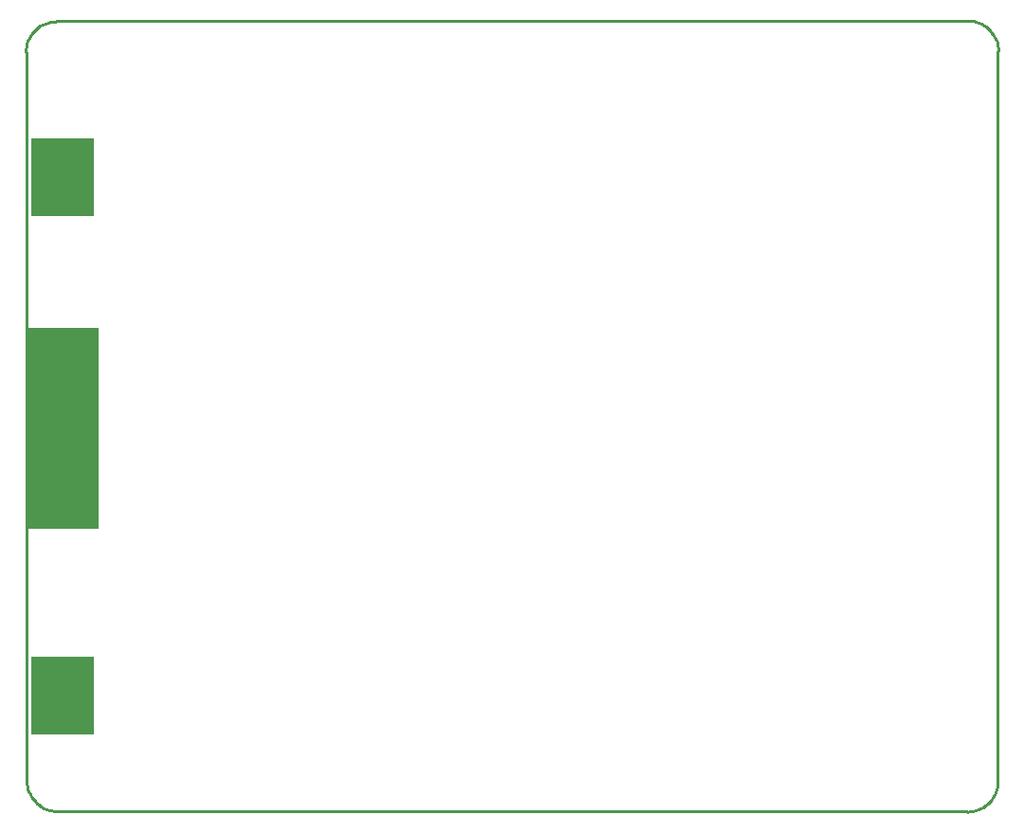
<source format=gko>
G04*
G04 #@! TF.GenerationSoftware,Altium Limited,Altium Designer,21.0.9 (235)*
G04*
G04 Layer_Color=16711935*
%FSLAX25Y25*%
%MOIN*%
G70*
G04*
G04 #@! TF.SameCoordinates,E84AEAD4-148F-411F-9A4D-F382D4A6362F*
G04*
G04*
G04 #@! TF.FilePolarity,Positive*
G04*
G01*
G75*
%ADD14C,0.01000*%
%ADD97R,0.24803X0.70866*%
%ADD98R,0.22244X0.27559*%
D14*
X586201Y419800D02*
X586155Y420787D01*
X586018Y421766D01*
X585792Y422728D01*
X585478Y423665D01*
X585079Y424569D01*
X584598Y425433D01*
X584039Y426248D01*
X583408Y427008D01*
X582709Y427707D01*
X581949Y428339D01*
X581133Y428897D01*
X580270Y429378D01*
X579365Y429777D01*
X578428Y430091D01*
X577466Y430318D01*
X576487Y430454D01*
X575500Y430500D01*
X575300Y152299D02*
X576287Y152345D01*
X577266Y152482D01*
X578228Y152708D01*
X579165Y153022D01*
X580069Y153421D01*
X580933Y153902D01*
X581748Y154461D01*
X582508Y155092D01*
X583207Y155791D01*
X583839Y156552D01*
X584397Y157367D01*
X584878Y158230D01*
X585277Y159135D01*
X585592Y160072D01*
X585818Y161034D01*
X585954Y162013D01*
X586000Y163000D01*
X244689Y163201D02*
X244735Y162213D01*
X244871Y161234D01*
X245097Y160272D01*
X245411Y159335D01*
X245811Y158431D01*
X246292Y157568D01*
X246850Y156752D01*
X247482Y155992D01*
X248181Y155293D01*
X248941Y154661D01*
X249756Y154103D01*
X250620Y153622D01*
X251524Y153223D01*
X252461Y152909D01*
X253423Y152682D01*
X254402Y152546D01*
X255389Y152500D01*
X255051Y430268D02*
X254063Y430223D01*
X253084Y430086D01*
X252122Y429860D01*
X251185Y429546D01*
X250281Y429146D01*
X249418Y428665D01*
X248602Y428107D01*
X247842Y427476D01*
X247143Y426777D01*
X246512Y426016D01*
X245953Y425201D01*
X245472Y424337D01*
X245073Y423433D01*
X244759Y422496D01*
X244532Y421534D01*
X244396Y420555D01*
X244350Y419568D01*
X244500Y395500D02*
Y419568D01*
X255051Y430500D02*
X575500Y430500D01*
X586000Y419800D02*
X586000Y163000D01*
X255389Y152500D02*
X575300Y152500D01*
X244500Y163201D02*
Y173500D01*
Y395500D01*
D97*
X257594Y287213D02*
D03*
D03*
D98*
X257221Y375501D02*
D03*
Y193000D02*
D03*
M02*

</source>
